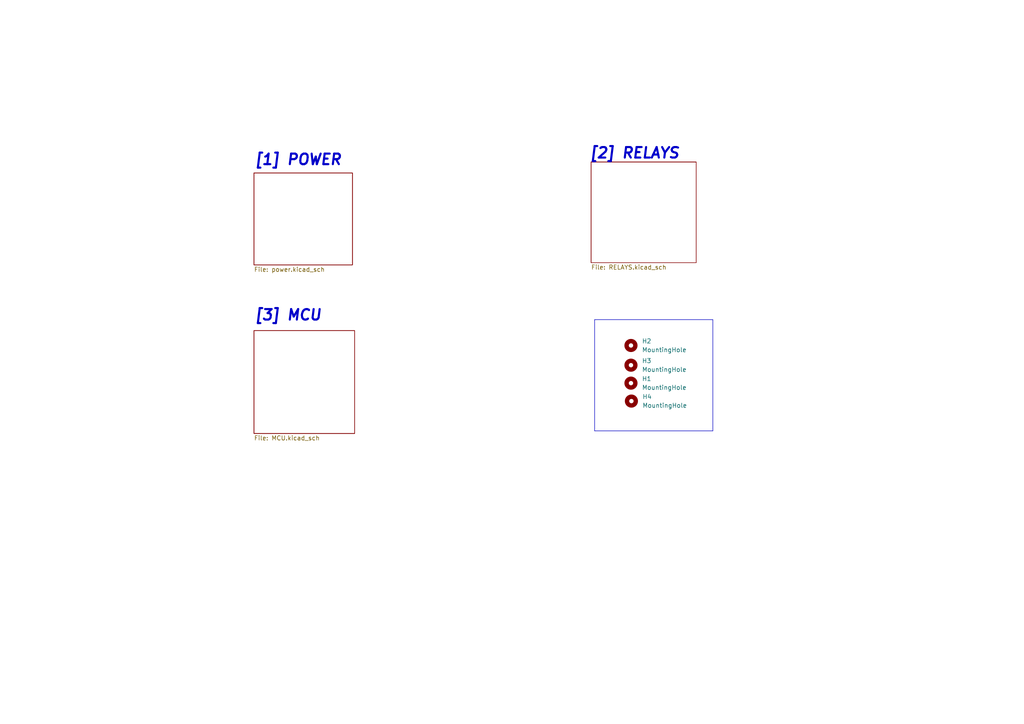
<source format=kicad_sch>
(kicad_sch (version 20230121) (generator eeschema)
  (paper "A4")
  (title_block (title "Cabina_Normal") (date "2023-07-10"))
  (lib_symbols
    (symbol "Mechanical:MountingHole" (pin_names (offset 1.016))
      (property "Reference" "H" (at 0 5.08 0))
      (property "Value" "MountingHole" (at 0 3.175 0))
      (symbol "MountingHole_0_1"
        (circle (center 0 0) (radius 1.27) (stroke (width 1.27)))
      )
    )
  )
  (polyline (pts (xy 172.466 92.71) (xy 172.466 124.968)))
  (polyline (pts (xy 206.756 92.71) (xy 206.756 124.968)))
  (polyline (pts (xy 206.756 124.968) (xy 172.466 124.968)))
  (polyline (pts (xy 172.466 92.71) (xy 206.756 92.71)))
  (text "[1] POWER" (at 73.66 48.26 0) (effects (font (size 3.048 3.048) (thickness 0.6096) bold italic) (justify left bottom)))
  (text "[2] RELAYS" (at 170.815 46.355 0) (effects (font (size 3.048 3.048) (thickness 0.6096) bold italic) (justify left bottom)))
  (text "[3] MCU" (at 73.66 93.345 0) (effects (font (size 3.048 3.048) (thickness 0.6096) bold italic) (justify left bottom)))
  (symbol (lib_id "Mechanical:MountingHole") (at 183.007 111.125 0) (unit 1)
    (property "Reference" "H1" (at 186.182 109.8549 0) (effects (justify left)))
    (property "Value" "MountingHole" (at 186.182 112.3949 0) (effects (justify left)))
    (property "Footprint" "MountingHole:MountingHole_3.2mm_M3" (effects hide))
  )
  (symbol (lib_id "Mechanical:MountingHole") (at 183.007 100.203 0) (unit 1)
    (property "Reference" "H2" (at 186.182 98.9329 0) (effects (justify left)))
    (property "Value" "MountingHole" (at 186.182 101.4729 0) (effects (justify left)))
    (property "Footprint" "MountingHole:MountingHole_3.2mm_M3" (effects hide))
  )
  (symbol (lib_id "Mechanical:MountingHole") (at 183.007 105.918 0) (unit 1)
    (property "Reference" "H3" (at 186.182 104.6479 0) (effects (justify left)))
    (property "Value" "MountingHole" (at 186.182 107.1879 0) (effects (justify left)))
    (property "Footprint" "MountingHole:MountingHole_3.2mm_M3" (effects hide))
  )
  (symbol (lib_id "Mechanical:MountingHole") (at 183.134 116.332 0) (unit 1)
    (property "Reference" "H4" (at 186.309 115.0619 0) (effects (justify left)))
    (property "Value" "MountingHole" (at 186.309 117.6019 0) (effects (justify left)))
    (property "Footprint" "MountingHole:MountingHole_3.2mm_M3" (effects hide))
  )
  (sheet (at 73.66 50.165) (size 28.575 26.67) (stroke (width 0.1524))
    (property "Sheetname" "POWER" (effects hide))
    (property "Sheetfile" "power.kicad_sch" (at 73.66 77.4196 0) (effects (justify left top)))
  )
  (sheet (at 73.66 95.885) (size 29.21 29.845) (stroke (width 0.1524))
    (property "Sheetname" "MCU" (effects hide))
    (property "Sheetfile" "MCU.kicad_sch" (at 73.66 126.3146 0) (effects (justify left top)))
  )
  (sheet (at 171.45 46.99) (size 30.48 29.21) (stroke (width 0.1524))
    (property "Sheetname" "RELAYS" (effects hide))
    (property "Sheetfile" "RELAYS.kicad_sch" (at 171.45 76.7846 0) (effects (justify left top)))
  )
)
</source>
